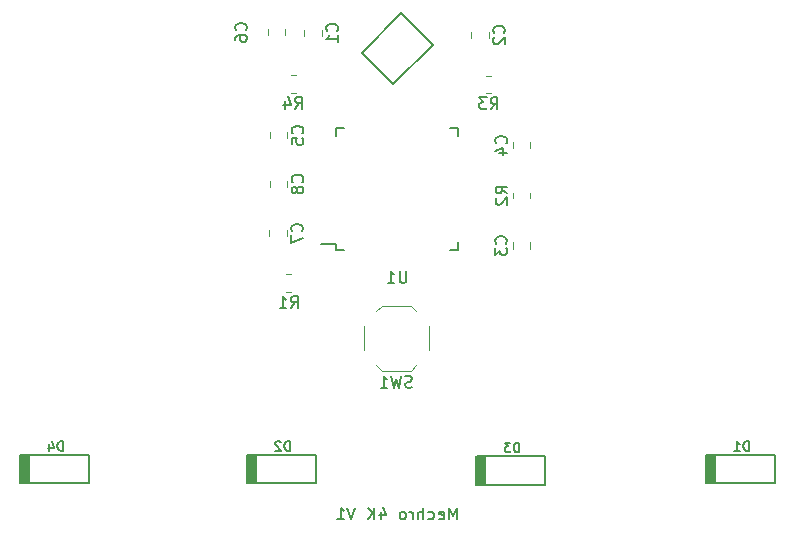
<source format=gbo>
%TF.GenerationSoftware,KiCad,Pcbnew,(5.1.9)-1*%
%TF.CreationDate,2021-01-03T12:45:44+00:00*%
%TF.ProjectId,Mechro_4K_PCB,4d656368-726f-45f3-944b-5f5043422e6b,rev?*%
%TF.SameCoordinates,Original*%
%TF.FileFunction,Legend,Bot*%
%TF.FilePolarity,Positive*%
%FSLAX46Y46*%
G04 Gerber Fmt 4.6, Leading zero omitted, Abs format (unit mm)*
G04 Created by KiCad (PCBNEW (5.1.9)-1) date 2021-01-03 12:45:44*
%MOMM*%
%LPD*%
G01*
G04 APERTURE LIST*
%ADD10C,0.150000*%
%ADD11C,0.120000*%
%ADD12C,0.200000*%
G04 APERTURE END LIST*
D10*
X139797619Y-77952380D02*
X139797619Y-76952380D01*
X139464285Y-77666666D01*
X139130952Y-76952380D01*
X139130952Y-77952380D01*
X138273809Y-77904761D02*
X138369047Y-77952380D01*
X138559523Y-77952380D01*
X138654761Y-77904761D01*
X138702380Y-77809523D01*
X138702380Y-77428571D01*
X138654761Y-77333333D01*
X138559523Y-77285714D01*
X138369047Y-77285714D01*
X138273809Y-77333333D01*
X138226190Y-77428571D01*
X138226190Y-77523809D01*
X138702380Y-77619047D01*
X137369047Y-77904761D02*
X137464285Y-77952380D01*
X137654761Y-77952380D01*
X137750000Y-77904761D01*
X137797619Y-77857142D01*
X137845238Y-77761904D01*
X137845238Y-77476190D01*
X137797619Y-77380952D01*
X137750000Y-77333333D01*
X137654761Y-77285714D01*
X137464285Y-77285714D01*
X137369047Y-77333333D01*
X136940476Y-77952380D02*
X136940476Y-76952380D01*
X136511904Y-77952380D02*
X136511904Y-77428571D01*
X136559523Y-77333333D01*
X136654761Y-77285714D01*
X136797619Y-77285714D01*
X136892857Y-77333333D01*
X136940476Y-77380952D01*
X136035714Y-77952380D02*
X136035714Y-77285714D01*
X136035714Y-77476190D02*
X135988095Y-77380952D01*
X135940476Y-77333333D01*
X135845238Y-77285714D01*
X135750000Y-77285714D01*
X135273809Y-77952380D02*
X135369047Y-77904761D01*
X135416666Y-77857142D01*
X135464285Y-77761904D01*
X135464285Y-77476190D01*
X135416666Y-77380952D01*
X135369047Y-77333333D01*
X135273809Y-77285714D01*
X135130952Y-77285714D01*
X135035714Y-77333333D01*
X134988095Y-77380952D01*
X134940476Y-77476190D01*
X134940476Y-77761904D01*
X134988095Y-77857142D01*
X135035714Y-77904761D01*
X135130952Y-77952380D01*
X135273809Y-77952380D01*
X133321428Y-77285714D02*
X133321428Y-77952380D01*
X133559523Y-76904761D02*
X133797619Y-77619047D01*
X133178571Y-77619047D01*
X132797619Y-77952380D02*
X132797619Y-76952380D01*
X132226190Y-77952380D02*
X132654761Y-77380952D01*
X132226190Y-76952380D02*
X132797619Y-77523809D01*
X131178571Y-76952380D02*
X130845238Y-77952380D01*
X130511904Y-76952380D01*
X129654761Y-77952380D02*
X130226190Y-77952380D01*
X129940476Y-77952380D02*
X129940476Y-76952380D01*
X130035714Y-77095238D01*
X130130952Y-77190476D01*
X130226190Y-77238095D01*
D11*
%TO.C,C1*%
X126852500Y-37017502D02*
X126852500Y-36494998D01*
X128322500Y-37017502D02*
X128322500Y-36494998D01*
%TO.C,C2*%
X142460000Y-37192502D02*
X142460000Y-36669998D01*
X140990000Y-37192502D02*
X140990000Y-36669998D01*
%TO.C,C3*%
X145985000Y-54507498D02*
X145985000Y-55030002D01*
X144515000Y-54507498D02*
X144515000Y-55030002D01*
%TO.C,C4*%
X144521250Y-46019998D02*
X144521250Y-46542502D01*
X145991250Y-46019998D02*
X145991250Y-46542502D01*
%TO.C,C5*%
X125385000Y-45698752D02*
X125385000Y-45176248D01*
X123915000Y-45698752D02*
X123915000Y-45176248D01*
%TO.C,C6*%
X123765000Y-36973752D02*
X123765000Y-36451248D01*
X125235000Y-36973752D02*
X125235000Y-36451248D01*
%TO.C,C7*%
X125358751Y-53992502D02*
X125358751Y-53469998D01*
X123888751Y-53992502D02*
X123888751Y-53469998D01*
%TO.C,C8*%
X123915000Y-49823752D02*
X123915000Y-49301248D01*
X125385000Y-49823752D02*
X125385000Y-49301248D01*
D12*
%TO.C,D1*%
X166700000Y-72500000D02*
X160900000Y-72500000D01*
X166700000Y-74900000D02*
X166700000Y-72500000D01*
X160900000Y-74900000D02*
X166700000Y-74900000D01*
X160975000Y-74900000D02*
X160975000Y-72500000D01*
X161100000Y-74900000D02*
X161100000Y-72500000D01*
X160875000Y-72500000D02*
X160875000Y-74900000D01*
X161275000Y-74900000D02*
X161275000Y-72500000D01*
X161450000Y-74900000D02*
X161450000Y-72500000D01*
X161625000Y-74900000D02*
X161625000Y-72500000D01*
%TO.C,D2*%
X122750000Y-74900000D02*
X122750000Y-72500000D01*
X122575000Y-74900000D02*
X122575000Y-72500000D01*
X122400000Y-74900000D02*
X122400000Y-72500000D01*
X122000000Y-72500000D02*
X122000000Y-74900000D01*
X122225000Y-74900000D02*
X122225000Y-72500000D01*
X122100000Y-74900000D02*
X122100000Y-72500000D01*
X122025000Y-74900000D02*
X127825000Y-74900000D01*
X127825000Y-74900000D02*
X127825000Y-72500000D01*
X127825000Y-72500000D02*
X122025000Y-72500000D01*
%TO.C,D3*%
X147250000Y-72618750D02*
X141450000Y-72618750D01*
X147250000Y-75018750D02*
X147250000Y-72618750D01*
X141450000Y-75018750D02*
X147250000Y-75018750D01*
X141525000Y-75018750D02*
X141525000Y-72618750D01*
X141650000Y-75018750D02*
X141650000Y-72618750D01*
X141425000Y-72618750D02*
X141425000Y-75018750D01*
X141825000Y-75018750D02*
X141825000Y-72618750D01*
X142000000Y-75018750D02*
X142000000Y-72618750D01*
X142175000Y-75018750D02*
X142175000Y-72618750D01*
%TO.C,D4*%
X103550000Y-74900000D02*
X103550000Y-72500000D01*
X103375000Y-74900000D02*
X103375000Y-72500000D01*
X103200000Y-74900000D02*
X103200000Y-72500000D01*
X102800000Y-72500000D02*
X102800000Y-74900000D01*
X103025000Y-74900000D02*
X103025000Y-72500000D01*
X102900000Y-74900000D02*
X102900000Y-72500000D01*
X102825000Y-74900000D02*
X108625000Y-74900000D01*
X108625000Y-74900000D02*
X108625000Y-72500000D01*
X108625000Y-72500000D02*
X102825000Y-72500000D01*
D11*
%TO.C,R1*%
X125322936Y-58685000D02*
X125777064Y-58685000D01*
X125322936Y-57215000D02*
X125777064Y-57215000D01*
%TO.C,R2*%
X145985000Y-50297936D02*
X145985000Y-50752064D01*
X144515000Y-50297936D02*
X144515000Y-50752064D01*
%TO.C,R3*%
X142247936Y-41860000D02*
X142702064Y-41860000D01*
X142247936Y-40390000D02*
X142702064Y-40390000D01*
%TO.C,R4*%
X125697936Y-40340000D02*
X126152064Y-40340000D01*
X125697936Y-41810000D02*
X126152064Y-41810000D01*
%TO.C,SW1*%
X132950000Y-60300000D02*
X133400000Y-59850000D01*
X136350000Y-60300000D02*
X135900000Y-59850000D01*
X136350000Y-64900000D02*
X135900000Y-65350000D01*
X132950000Y-64900000D02*
X133400000Y-65350000D01*
X137400000Y-63600000D02*
X137400000Y-61600000D01*
X133400000Y-59850000D02*
X135900000Y-59850000D01*
X131900000Y-63600000D02*
X131900000Y-61600000D01*
X133400000Y-65350000D02*
X135900000Y-65350000D01*
D10*
%TO.C,U1*%
X129556250Y-55181250D02*
X129556250Y-54606250D01*
X139906250Y-55181250D02*
X139906250Y-54506250D01*
X139906250Y-44831250D02*
X139906250Y-45506250D01*
X129556250Y-44831250D02*
X129556250Y-45506250D01*
X129556250Y-55181250D02*
X130231250Y-55181250D01*
X129556250Y-44831250D02*
X130231250Y-44831250D01*
X139906250Y-44831250D02*
X139231250Y-44831250D01*
X139906250Y-55181250D02*
X139231250Y-55181250D01*
X129556250Y-54606250D02*
X128281250Y-54606250D01*
D12*
%TO.C,X1*%
X131726046Y-38453553D02*
X134377697Y-41105204D01*
X134377697Y-41105204D02*
X137736454Y-37746447D01*
X137736454Y-37746447D02*
X135084803Y-35094796D01*
X135084803Y-35094796D02*
X131726046Y-38453553D01*
%TO.C,C1*%
D10*
X129624642Y-36589583D02*
X129672261Y-36541964D01*
X129719880Y-36399107D01*
X129719880Y-36303869D01*
X129672261Y-36161011D01*
X129577023Y-36065773D01*
X129481785Y-36018154D01*
X129291309Y-35970535D01*
X129148452Y-35970535D01*
X128957976Y-36018154D01*
X128862738Y-36065773D01*
X128767500Y-36161011D01*
X128719880Y-36303869D01*
X128719880Y-36399107D01*
X128767500Y-36541964D01*
X128815119Y-36589583D01*
X129719880Y-37541964D02*
X129719880Y-36970535D01*
X129719880Y-37256250D02*
X128719880Y-37256250D01*
X128862738Y-37161011D01*
X128957976Y-37065773D01*
X129005595Y-36970535D01*
%TO.C,C2*%
X143762142Y-36764583D02*
X143809761Y-36716964D01*
X143857380Y-36574107D01*
X143857380Y-36478869D01*
X143809761Y-36336011D01*
X143714523Y-36240773D01*
X143619285Y-36193154D01*
X143428809Y-36145535D01*
X143285952Y-36145535D01*
X143095476Y-36193154D01*
X143000238Y-36240773D01*
X142905000Y-36336011D01*
X142857380Y-36478869D01*
X142857380Y-36574107D01*
X142905000Y-36716964D01*
X142952619Y-36764583D01*
X142952619Y-37145535D02*
X142905000Y-37193154D01*
X142857380Y-37288392D01*
X142857380Y-37526488D01*
X142905000Y-37621726D01*
X142952619Y-37669345D01*
X143047857Y-37716964D01*
X143143095Y-37716964D01*
X143285952Y-37669345D01*
X143857380Y-37097916D01*
X143857380Y-37716964D01*
%TO.C,C3*%
X143927142Y-54602083D02*
X143974761Y-54554464D01*
X144022380Y-54411607D01*
X144022380Y-54316369D01*
X143974761Y-54173511D01*
X143879523Y-54078273D01*
X143784285Y-54030654D01*
X143593809Y-53983035D01*
X143450952Y-53983035D01*
X143260476Y-54030654D01*
X143165238Y-54078273D01*
X143070000Y-54173511D01*
X143022380Y-54316369D01*
X143022380Y-54411607D01*
X143070000Y-54554464D01*
X143117619Y-54602083D01*
X143022380Y-54935416D02*
X143022380Y-55554464D01*
X143403333Y-55221130D01*
X143403333Y-55363988D01*
X143450952Y-55459226D01*
X143498571Y-55506845D01*
X143593809Y-55554464D01*
X143831904Y-55554464D01*
X143927142Y-55506845D01*
X143974761Y-55459226D01*
X144022380Y-55363988D01*
X144022380Y-55078273D01*
X143974761Y-54983035D01*
X143927142Y-54935416D01*
%TO.C,C4*%
X143933392Y-46114583D02*
X143981011Y-46066964D01*
X144028630Y-45924107D01*
X144028630Y-45828869D01*
X143981011Y-45686011D01*
X143885773Y-45590773D01*
X143790535Y-45543154D01*
X143600059Y-45495535D01*
X143457202Y-45495535D01*
X143266726Y-45543154D01*
X143171488Y-45590773D01*
X143076250Y-45686011D01*
X143028630Y-45828869D01*
X143028630Y-45924107D01*
X143076250Y-46066964D01*
X143123869Y-46114583D01*
X143361964Y-46971726D02*
X144028630Y-46971726D01*
X142981011Y-46733630D02*
X143695297Y-46495535D01*
X143695297Y-47114583D01*
%TO.C,C5*%
X126687142Y-45270833D02*
X126734761Y-45223214D01*
X126782380Y-45080357D01*
X126782380Y-44985119D01*
X126734761Y-44842261D01*
X126639523Y-44747023D01*
X126544285Y-44699404D01*
X126353809Y-44651785D01*
X126210952Y-44651785D01*
X126020476Y-44699404D01*
X125925238Y-44747023D01*
X125830000Y-44842261D01*
X125782380Y-44985119D01*
X125782380Y-45080357D01*
X125830000Y-45223214D01*
X125877619Y-45270833D01*
X125782380Y-46175595D02*
X125782380Y-45699404D01*
X126258571Y-45651785D01*
X126210952Y-45699404D01*
X126163333Y-45794642D01*
X126163333Y-46032738D01*
X126210952Y-46127976D01*
X126258571Y-46175595D01*
X126353809Y-46223214D01*
X126591904Y-46223214D01*
X126687142Y-46175595D01*
X126734761Y-46127976D01*
X126782380Y-46032738D01*
X126782380Y-45794642D01*
X126734761Y-45699404D01*
X126687142Y-45651785D01*
%TO.C,C6*%
X121907142Y-36545833D02*
X121954761Y-36498214D01*
X122002380Y-36355357D01*
X122002380Y-36260119D01*
X121954761Y-36117261D01*
X121859523Y-36022023D01*
X121764285Y-35974404D01*
X121573809Y-35926785D01*
X121430952Y-35926785D01*
X121240476Y-35974404D01*
X121145238Y-36022023D01*
X121050000Y-36117261D01*
X121002380Y-36260119D01*
X121002380Y-36355357D01*
X121050000Y-36498214D01*
X121097619Y-36545833D01*
X121002380Y-37402976D02*
X121002380Y-37212500D01*
X121050000Y-37117261D01*
X121097619Y-37069642D01*
X121240476Y-36974404D01*
X121430952Y-36926785D01*
X121811904Y-36926785D01*
X121907142Y-36974404D01*
X121954761Y-37022023D01*
X122002380Y-37117261D01*
X122002380Y-37307738D01*
X121954761Y-37402976D01*
X121907142Y-37450595D01*
X121811904Y-37498214D01*
X121573809Y-37498214D01*
X121478571Y-37450595D01*
X121430952Y-37402976D01*
X121383333Y-37307738D01*
X121383333Y-37117261D01*
X121430952Y-37022023D01*
X121478571Y-36974404D01*
X121573809Y-36926785D01*
%TO.C,C7*%
X126660893Y-53564583D02*
X126708512Y-53516964D01*
X126756131Y-53374107D01*
X126756131Y-53278869D01*
X126708512Y-53136011D01*
X126613274Y-53040773D01*
X126518036Y-52993154D01*
X126327560Y-52945535D01*
X126184703Y-52945535D01*
X125994227Y-52993154D01*
X125898989Y-53040773D01*
X125803751Y-53136011D01*
X125756131Y-53278869D01*
X125756131Y-53374107D01*
X125803751Y-53516964D01*
X125851370Y-53564583D01*
X125756131Y-53897916D02*
X125756131Y-54564583D01*
X126756131Y-54136011D01*
%TO.C,C8*%
X126687142Y-49395833D02*
X126734761Y-49348214D01*
X126782380Y-49205357D01*
X126782380Y-49110119D01*
X126734761Y-48967261D01*
X126639523Y-48872023D01*
X126544285Y-48824404D01*
X126353809Y-48776785D01*
X126210952Y-48776785D01*
X126020476Y-48824404D01*
X125925238Y-48872023D01*
X125830000Y-48967261D01*
X125782380Y-49110119D01*
X125782380Y-49205357D01*
X125830000Y-49348214D01*
X125877619Y-49395833D01*
X126210952Y-49967261D02*
X126163333Y-49872023D01*
X126115714Y-49824404D01*
X126020476Y-49776785D01*
X125972857Y-49776785D01*
X125877619Y-49824404D01*
X125830000Y-49872023D01*
X125782380Y-49967261D01*
X125782380Y-50157738D01*
X125830000Y-50252976D01*
X125877619Y-50300595D01*
X125972857Y-50348214D01*
X126020476Y-50348214D01*
X126115714Y-50300595D01*
X126163333Y-50252976D01*
X126210952Y-50157738D01*
X126210952Y-49967261D01*
X126258571Y-49872023D01*
X126306190Y-49824404D01*
X126401428Y-49776785D01*
X126591904Y-49776785D01*
X126687142Y-49824404D01*
X126734761Y-49872023D01*
X126782380Y-49967261D01*
X126782380Y-50157738D01*
X126734761Y-50252976D01*
X126687142Y-50300595D01*
X126591904Y-50348214D01*
X126401428Y-50348214D01*
X126306190Y-50300595D01*
X126258571Y-50252976D01*
X126210952Y-50157738D01*
%TO.C,D1*%
X164490476Y-72136904D02*
X164490476Y-71336904D01*
X164300000Y-71336904D01*
X164185714Y-71375000D01*
X164109523Y-71451190D01*
X164071428Y-71527380D01*
X164033333Y-71679761D01*
X164033333Y-71794047D01*
X164071428Y-71946428D01*
X164109523Y-72022619D01*
X164185714Y-72098809D01*
X164300000Y-72136904D01*
X164490476Y-72136904D01*
X163271428Y-72136904D02*
X163728571Y-72136904D01*
X163500000Y-72136904D02*
X163500000Y-71336904D01*
X163576190Y-71451190D01*
X163652380Y-71527380D01*
X163728571Y-71565476D01*
%TO.C,D2*%
X125615476Y-72136904D02*
X125615476Y-71336904D01*
X125425000Y-71336904D01*
X125310714Y-71375000D01*
X125234523Y-71451190D01*
X125196428Y-71527380D01*
X125158333Y-71679761D01*
X125158333Y-71794047D01*
X125196428Y-71946428D01*
X125234523Y-72022619D01*
X125310714Y-72098809D01*
X125425000Y-72136904D01*
X125615476Y-72136904D01*
X124853571Y-71413095D02*
X124815476Y-71375000D01*
X124739285Y-71336904D01*
X124548809Y-71336904D01*
X124472619Y-71375000D01*
X124434523Y-71413095D01*
X124396428Y-71489285D01*
X124396428Y-71565476D01*
X124434523Y-71679761D01*
X124891666Y-72136904D01*
X124396428Y-72136904D01*
%TO.C,D3*%
X145040476Y-72255654D02*
X145040476Y-71455654D01*
X144850000Y-71455654D01*
X144735714Y-71493750D01*
X144659523Y-71569940D01*
X144621428Y-71646130D01*
X144583333Y-71798511D01*
X144583333Y-71912797D01*
X144621428Y-72065178D01*
X144659523Y-72141369D01*
X144735714Y-72217559D01*
X144850000Y-72255654D01*
X145040476Y-72255654D01*
X144316666Y-71455654D02*
X143821428Y-71455654D01*
X144088095Y-71760416D01*
X143973809Y-71760416D01*
X143897619Y-71798511D01*
X143859523Y-71836607D01*
X143821428Y-71912797D01*
X143821428Y-72103273D01*
X143859523Y-72179464D01*
X143897619Y-72217559D01*
X143973809Y-72255654D01*
X144202380Y-72255654D01*
X144278571Y-72217559D01*
X144316666Y-72179464D01*
%TO.C,D4*%
X106415476Y-72136904D02*
X106415476Y-71336904D01*
X106225000Y-71336904D01*
X106110714Y-71375000D01*
X106034523Y-71451190D01*
X105996428Y-71527380D01*
X105958333Y-71679761D01*
X105958333Y-71794047D01*
X105996428Y-71946428D01*
X106034523Y-72022619D01*
X106110714Y-72098809D01*
X106225000Y-72136904D01*
X106415476Y-72136904D01*
X105272619Y-71603571D02*
X105272619Y-72136904D01*
X105463095Y-71298809D02*
X105653571Y-71870238D01*
X105158333Y-71870238D01*
%TO.C,R1*%
X125716666Y-60052380D02*
X126050000Y-59576190D01*
X126288095Y-60052380D02*
X126288095Y-59052380D01*
X125907142Y-59052380D01*
X125811904Y-59100000D01*
X125764285Y-59147619D01*
X125716666Y-59242857D01*
X125716666Y-59385714D01*
X125764285Y-59480952D01*
X125811904Y-59528571D01*
X125907142Y-59576190D01*
X126288095Y-59576190D01*
X124764285Y-60052380D02*
X125335714Y-60052380D01*
X125050000Y-60052380D02*
X125050000Y-59052380D01*
X125145238Y-59195238D01*
X125240476Y-59290476D01*
X125335714Y-59338095D01*
%TO.C,R2*%
X144052380Y-50358333D02*
X143576190Y-50025000D01*
X144052380Y-49786904D02*
X143052380Y-49786904D01*
X143052380Y-50167857D01*
X143100000Y-50263095D01*
X143147619Y-50310714D01*
X143242857Y-50358333D01*
X143385714Y-50358333D01*
X143480952Y-50310714D01*
X143528571Y-50263095D01*
X143576190Y-50167857D01*
X143576190Y-49786904D01*
X143147619Y-50739285D02*
X143100000Y-50786904D01*
X143052380Y-50882142D01*
X143052380Y-51120238D01*
X143100000Y-51215476D01*
X143147619Y-51263095D01*
X143242857Y-51310714D01*
X143338095Y-51310714D01*
X143480952Y-51263095D01*
X144052380Y-50691666D01*
X144052380Y-51310714D01*
%TO.C,R3*%
X142641666Y-43227380D02*
X142975000Y-42751190D01*
X143213095Y-43227380D02*
X143213095Y-42227380D01*
X142832142Y-42227380D01*
X142736904Y-42275000D01*
X142689285Y-42322619D01*
X142641666Y-42417857D01*
X142641666Y-42560714D01*
X142689285Y-42655952D01*
X142736904Y-42703571D01*
X142832142Y-42751190D01*
X143213095Y-42751190D01*
X142308333Y-42227380D02*
X141689285Y-42227380D01*
X142022619Y-42608333D01*
X141879761Y-42608333D01*
X141784523Y-42655952D01*
X141736904Y-42703571D01*
X141689285Y-42798809D01*
X141689285Y-43036904D01*
X141736904Y-43132142D01*
X141784523Y-43179761D01*
X141879761Y-43227380D01*
X142165476Y-43227380D01*
X142260714Y-43179761D01*
X142308333Y-43132142D01*
%TO.C,R4*%
X126091666Y-43177380D02*
X126425000Y-42701190D01*
X126663095Y-43177380D02*
X126663095Y-42177380D01*
X126282142Y-42177380D01*
X126186904Y-42225000D01*
X126139285Y-42272619D01*
X126091666Y-42367857D01*
X126091666Y-42510714D01*
X126139285Y-42605952D01*
X126186904Y-42653571D01*
X126282142Y-42701190D01*
X126663095Y-42701190D01*
X125234523Y-42510714D02*
X125234523Y-43177380D01*
X125472619Y-42129761D02*
X125710714Y-42844047D01*
X125091666Y-42844047D01*
%TO.C,SW1*%
X135983333Y-66754761D02*
X135840476Y-66802380D01*
X135602380Y-66802380D01*
X135507142Y-66754761D01*
X135459523Y-66707142D01*
X135411904Y-66611904D01*
X135411904Y-66516666D01*
X135459523Y-66421428D01*
X135507142Y-66373809D01*
X135602380Y-66326190D01*
X135792857Y-66278571D01*
X135888095Y-66230952D01*
X135935714Y-66183333D01*
X135983333Y-66088095D01*
X135983333Y-65992857D01*
X135935714Y-65897619D01*
X135888095Y-65850000D01*
X135792857Y-65802380D01*
X135554761Y-65802380D01*
X135411904Y-65850000D01*
X135078571Y-65802380D02*
X134840476Y-66802380D01*
X134650000Y-66088095D01*
X134459523Y-66802380D01*
X134221428Y-65802380D01*
X133316666Y-66802380D02*
X133888095Y-66802380D01*
X133602380Y-66802380D02*
X133602380Y-65802380D01*
X133697619Y-65945238D01*
X133792857Y-66040476D01*
X133888095Y-66088095D01*
%TO.C,U1*%
X135493154Y-56908630D02*
X135493154Y-57718154D01*
X135445535Y-57813392D01*
X135397916Y-57861011D01*
X135302678Y-57908630D01*
X135112202Y-57908630D01*
X135016964Y-57861011D01*
X134969345Y-57813392D01*
X134921726Y-57718154D01*
X134921726Y-56908630D01*
X133921726Y-57908630D02*
X134493154Y-57908630D01*
X134207440Y-57908630D02*
X134207440Y-56908630D01*
X134302678Y-57051488D01*
X134397916Y-57146726D01*
X134493154Y-57194345D01*
%TD*%
M02*

</source>
